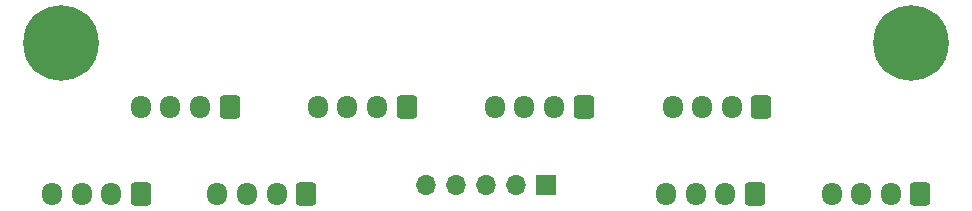
<source format=gbr>
%TF.GenerationSoftware,KiCad,Pcbnew,8.0.2*%
%TF.CreationDate,2024-05-30T14:14:33+02:00*%
%TF.ProjectId,Sensors_expansion_board,53656e73-6f72-4735-9f65-7870616e7369,1.0*%
%TF.SameCoordinates,Original*%
%TF.FileFunction,Soldermask,Bot*%
%TF.FilePolarity,Negative*%
%FSLAX46Y46*%
G04 Gerber Fmt 4.6, Leading zero omitted, Abs format (unit mm)*
G04 Created by KiCad (PCBNEW 8.0.2) date 2024-05-30 14:14:33*
%MOMM*%
%LPD*%
G01*
G04 APERTURE LIST*
G04 Aperture macros list*
%AMRoundRect*
0 Rectangle with rounded corners*
0 $1 Rounding radius*
0 $2 $3 $4 $5 $6 $7 $8 $9 X,Y pos of 4 corners*
0 Add a 4 corners polygon primitive as box body*
4,1,4,$2,$3,$4,$5,$6,$7,$8,$9,$2,$3,0*
0 Add four circle primitives for the rounded corners*
1,1,$1+$1,$2,$3*
1,1,$1+$1,$4,$5*
1,1,$1+$1,$6,$7*
1,1,$1+$1,$8,$9*
0 Add four rect primitives between the rounded corners*
20,1,$1+$1,$2,$3,$4,$5,0*
20,1,$1+$1,$4,$5,$6,$7,0*
20,1,$1+$1,$6,$7,$8,$9,0*
20,1,$1+$1,$8,$9,$2,$3,0*%
G04 Aperture macros list end*
%ADD10RoundRect,0.250000X0.600000X0.725000X-0.600000X0.725000X-0.600000X-0.725000X0.600000X-0.725000X0*%
%ADD11O,1.700000X1.950000*%
%ADD12C,0.800000*%
%ADD13C,6.400000*%
%ADD14R,1.700000X1.700000*%
%ADD15O,1.700000X1.700000*%
G04 APERTURE END LIST*
D10*
%TO.C,J6*%
X203196800Y-93450000D03*
D11*
X200696800Y-93450000D03*
X198196800Y-93450000D03*
X195696800Y-93450000D03*
%TD*%
D10*
%TO.C,J7*%
X217700000Y-100833000D03*
D11*
X215200000Y-100833000D03*
X212700000Y-100833000D03*
X210200000Y-100833000D03*
%TD*%
D10*
%TO.C,J9*%
X231700000Y-100833000D03*
D11*
X229200000Y-100833000D03*
X226700000Y-100833000D03*
X224200000Y-100833000D03*
%TD*%
D10*
%TO.C,J8*%
X218233600Y-93450000D03*
D11*
X215733600Y-93450000D03*
X213233600Y-93450000D03*
X210733600Y-93450000D03*
%TD*%
D12*
%TO.C,H2*%
X228550000Y-87975000D03*
X229252944Y-86277944D03*
X229252944Y-89672056D03*
X230950000Y-85575000D03*
D13*
X230950000Y-87975000D03*
D12*
X230950000Y-90375000D03*
X232647056Y-86277944D03*
X232647056Y-89672056D03*
X233350000Y-87975000D03*
%TD*%
D10*
%TO.C,J1*%
X173224800Y-93461400D03*
D11*
X170724800Y-93461400D03*
X168224800Y-93461400D03*
X165724800Y-93461400D03*
%TD*%
D10*
%TO.C,J2*%
X165700000Y-100833000D03*
D11*
X163200000Y-100833000D03*
X160700000Y-100833000D03*
X158200000Y-100833000D03*
%TD*%
D10*
%TO.C,J4*%
X188210800Y-93450000D03*
D11*
X185710800Y-93450000D03*
X183210800Y-93450000D03*
X180710800Y-93450000D03*
%TD*%
D10*
%TO.C,J5*%
X179700000Y-100833000D03*
D11*
X177200000Y-100833000D03*
X174700000Y-100833000D03*
X172200000Y-100833000D03*
%TD*%
D12*
%TO.C,H1*%
X156550000Y-87975000D03*
X157252944Y-86277944D03*
X157252944Y-89672056D03*
X158950000Y-85575000D03*
D13*
X158950000Y-87975000D03*
D12*
X158950000Y-90375000D03*
X160647056Y-86277944D03*
X160647056Y-89672056D03*
X161350000Y-87975000D03*
%TD*%
D14*
%TO.C,J3*%
X200000000Y-100000000D03*
D15*
X197460000Y-100000000D03*
X194920000Y-100000000D03*
X192380000Y-100000000D03*
X189840000Y-100000000D03*
%TD*%
M02*

</source>
